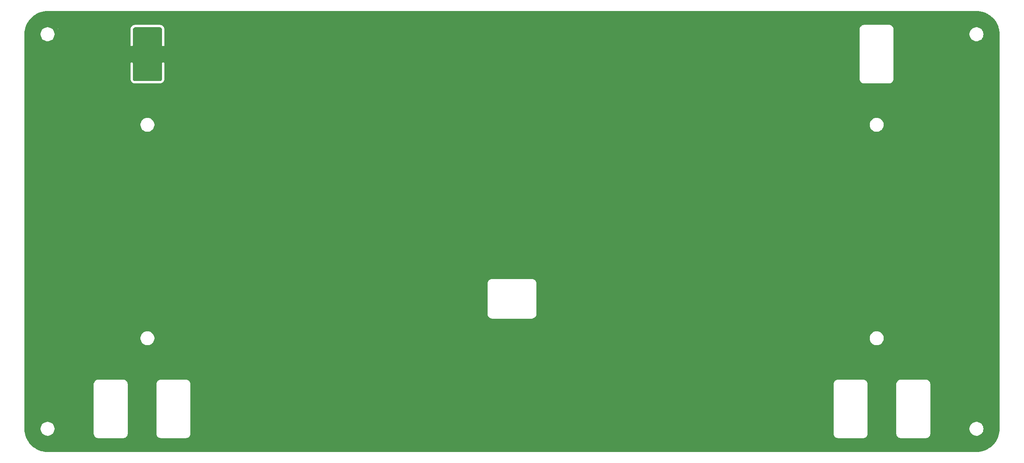
<source format=gbl>
G04 #@! TF.GenerationSoftware,KiCad,Pcbnew,8.0.5*
G04 #@! TF.CreationDate,2024-11-13T13:26:37+03:00*
G04 #@! TF.ProjectId,Bottom,426f7474-6f6d-42e6-9b69-6361645f7063,rev?*
G04 #@! TF.SameCoordinates,Original*
G04 #@! TF.FileFunction,Copper,L2,Bot*
G04 #@! TF.FilePolarity,Positive*
%FSLAX46Y46*%
G04 Gerber Fmt 4.6, Leading zero omitted, Abs format (unit mm)*
G04 Created by KiCad (PCBNEW 8.0.5) date 2024-11-13 13:26:37*
%MOMM*%
%LPD*%
G01*
G04 APERTURE LIST*
G04 APERTURE END LIST*
G04 #@! TA.AperFunction,NonConductor*
G36*
X49151000Y-60076553D02*
G01*
X49462603Y-60182328D01*
X49757363Y-60327687D01*
X50030630Y-60510279D01*
X50277725Y-60726975D01*
X50494421Y-60974070D01*
X50677013Y-61247337D01*
X50822372Y-61542097D01*
X50928015Y-61853310D01*
X50992132Y-62175650D01*
X51013654Y-62504011D01*
X50928147Y-63153500D01*
X50822372Y-63465103D01*
X50677013Y-63759863D01*
X50494421Y-64033130D01*
X50277725Y-64280225D01*
X50030630Y-64496921D01*
X49757363Y-64679513D01*
X49462603Y-64824872D01*
X49151390Y-64930515D01*
X48829050Y-64994632D01*
X48501100Y-65016127D01*
X48173150Y-64994632D01*
X47850810Y-64930515D01*
X47539597Y-64824872D01*
X47244837Y-64679513D01*
X46971570Y-64496921D01*
X46724475Y-64280225D01*
X46507779Y-64033130D01*
X46325187Y-63759863D01*
X46179828Y-63465103D01*
X46074185Y-63153890D01*
X46010068Y-62831550D01*
X45988573Y-62503600D01*
X45996313Y-62385505D01*
X47000600Y-62385505D01*
X47000600Y-62621694D01*
X47037546Y-62854965D01*
X47110530Y-63079588D01*
X47110531Y-63079591D01*
X47110532Y-63079592D01*
X47217757Y-63290033D01*
X47356583Y-63481110D01*
X47523590Y-63648117D01*
X47714667Y-63786943D01*
X47925108Y-63894168D01*
X48149732Y-63967153D01*
X48266370Y-63985626D01*
X48383006Y-64004100D01*
X48383008Y-64004100D01*
X48619194Y-64004100D01*
X48712502Y-63989321D01*
X48852468Y-63967153D01*
X49077092Y-63894168D01*
X49287533Y-63786943D01*
X49478610Y-63648117D01*
X49645617Y-63481110D01*
X49784443Y-63290033D01*
X49891668Y-63079592D01*
X49964653Y-62854968D01*
X50001600Y-62621692D01*
X50001600Y-62385508D01*
X49964653Y-62152232D01*
X49891668Y-61927608D01*
X49784443Y-61717167D01*
X49645617Y-61526090D01*
X49478610Y-61359083D01*
X49287533Y-61220257D01*
X49077092Y-61113032D01*
X49077091Y-61113031D01*
X49077088Y-61113030D01*
X48852465Y-61040046D01*
X48619194Y-61003100D01*
X48619192Y-61003100D01*
X48383008Y-61003100D01*
X48383006Y-61003100D01*
X48149734Y-61040046D01*
X47925111Y-61113030D01*
X47714665Y-61220258D01*
X47523590Y-61359083D01*
X47356583Y-61526090D01*
X47217758Y-61717165D01*
X47110530Y-61927611D01*
X47037546Y-62152234D01*
X47000600Y-62385505D01*
X45996313Y-62385505D01*
X46010068Y-62175650D01*
X46074185Y-61853310D01*
X46179828Y-61542097D01*
X46325187Y-61247337D01*
X46507779Y-60974070D01*
X46724475Y-60726975D01*
X46971570Y-60510279D01*
X47244837Y-60327687D01*
X47539597Y-60182328D01*
X47850810Y-60076685D01*
X48173150Y-60012568D01*
X48501511Y-59991046D01*
X49151000Y-60076553D01*
G37*
G04 #@! TD.AperFunction*
G04 #@! TA.AperFunction,NonConductor*
G36*
X227651000Y-125576553D02*
G01*
X227962603Y-125682328D01*
X228257363Y-125827687D01*
X228530630Y-126010279D01*
X228777725Y-126226975D01*
X228994421Y-126474070D01*
X229177013Y-126747337D01*
X229322372Y-127042097D01*
X229428015Y-127353310D01*
X229492132Y-127675650D01*
X229513654Y-128004011D01*
X229428147Y-128653500D01*
X229322372Y-128965103D01*
X229177013Y-129259863D01*
X228994421Y-129533130D01*
X228777725Y-129780225D01*
X228530630Y-129996921D01*
X228257363Y-130179513D01*
X227962603Y-130324872D01*
X227651390Y-130430515D01*
X227329050Y-130494632D01*
X227001100Y-130516127D01*
X226673150Y-130494632D01*
X226350810Y-130430515D01*
X226039597Y-130324872D01*
X225744837Y-130179513D01*
X225471570Y-129996921D01*
X225224475Y-129780225D01*
X225007779Y-129533130D01*
X224825187Y-129259863D01*
X224679828Y-128965103D01*
X224574185Y-128653890D01*
X224510068Y-128331550D01*
X224488573Y-128003600D01*
X224496313Y-127885505D01*
X225500600Y-127885505D01*
X225500600Y-128121694D01*
X225537546Y-128354965D01*
X225610530Y-128579588D01*
X225610531Y-128579591D01*
X225610532Y-128579592D01*
X225717757Y-128790033D01*
X225856583Y-128981110D01*
X226023590Y-129148117D01*
X226214667Y-129286943D01*
X226425108Y-129394168D01*
X226649732Y-129467153D01*
X226766370Y-129485626D01*
X226883006Y-129504100D01*
X226883008Y-129504100D01*
X227119194Y-129504100D01*
X227212502Y-129489321D01*
X227352468Y-129467153D01*
X227577092Y-129394168D01*
X227787533Y-129286943D01*
X227978610Y-129148117D01*
X228145617Y-128981110D01*
X228284443Y-128790033D01*
X228391668Y-128579592D01*
X228464653Y-128354968D01*
X228501600Y-128121692D01*
X228501600Y-127885508D01*
X228464653Y-127652232D01*
X228391668Y-127427608D01*
X228284443Y-127217167D01*
X228145617Y-127026090D01*
X227978610Y-126859083D01*
X227787533Y-126720257D01*
X227577092Y-126613032D01*
X227577091Y-126613031D01*
X227577088Y-126613030D01*
X227352465Y-126540046D01*
X227119194Y-126503100D01*
X227119192Y-126503100D01*
X226883008Y-126503100D01*
X226883006Y-126503100D01*
X226649734Y-126540046D01*
X226425111Y-126613030D01*
X226214665Y-126720258D01*
X226023590Y-126859083D01*
X225856583Y-127026090D01*
X225717758Y-127217165D01*
X225610530Y-127427611D01*
X225537546Y-127652234D01*
X225500600Y-127885505D01*
X224496313Y-127885505D01*
X224510068Y-127675650D01*
X224574185Y-127353310D01*
X224679828Y-127042097D01*
X224825187Y-126747337D01*
X225007779Y-126474070D01*
X225224475Y-126226975D01*
X225471570Y-126010279D01*
X225744837Y-125827687D01*
X226039597Y-125682328D01*
X226350810Y-125576685D01*
X226673150Y-125512568D01*
X227001511Y-125491046D01*
X227651000Y-125576553D01*
G37*
G04 #@! TD.AperFunction*
G04 #@! TA.AperFunction,NonConductor*
G36*
X249151000Y-60076553D02*
G01*
X249462603Y-60182328D01*
X249757363Y-60327687D01*
X250030630Y-60510279D01*
X250277725Y-60726975D01*
X250494421Y-60974070D01*
X250677013Y-61247337D01*
X250822372Y-61542097D01*
X250928015Y-61853310D01*
X250992132Y-62175650D01*
X251013654Y-62504011D01*
X250928147Y-63153500D01*
X250822372Y-63465103D01*
X250677013Y-63759863D01*
X250494421Y-64033130D01*
X250277725Y-64280225D01*
X250030630Y-64496921D01*
X249757363Y-64679513D01*
X249462603Y-64824872D01*
X249151390Y-64930515D01*
X248829050Y-64994632D01*
X248501100Y-65016127D01*
X248173150Y-64994632D01*
X247850810Y-64930515D01*
X247539597Y-64824872D01*
X247244837Y-64679513D01*
X246971570Y-64496921D01*
X246724475Y-64280225D01*
X246507779Y-64033130D01*
X246325187Y-63759863D01*
X246179828Y-63465103D01*
X246074185Y-63153890D01*
X246010068Y-62831550D01*
X245988573Y-62503600D01*
X245996313Y-62385505D01*
X247000600Y-62385505D01*
X247000600Y-62621694D01*
X247037546Y-62854965D01*
X247110530Y-63079588D01*
X247110531Y-63079591D01*
X247110532Y-63079592D01*
X247217757Y-63290033D01*
X247356583Y-63481110D01*
X247523590Y-63648117D01*
X247714667Y-63786943D01*
X247925108Y-63894168D01*
X248149732Y-63967153D01*
X248266370Y-63985626D01*
X248383006Y-64004100D01*
X248383008Y-64004100D01*
X248619194Y-64004100D01*
X248712502Y-63989321D01*
X248852468Y-63967153D01*
X249077092Y-63894168D01*
X249287533Y-63786943D01*
X249478610Y-63648117D01*
X249645617Y-63481110D01*
X249784443Y-63290033D01*
X249891668Y-63079592D01*
X249964653Y-62854968D01*
X250001600Y-62621692D01*
X250001600Y-62385508D01*
X249964653Y-62152232D01*
X249891668Y-61927608D01*
X249784443Y-61717167D01*
X249645617Y-61526090D01*
X249478610Y-61359083D01*
X249287533Y-61220257D01*
X249077092Y-61113032D01*
X249077091Y-61113031D01*
X249077088Y-61113030D01*
X248852465Y-61040046D01*
X248619194Y-61003100D01*
X248619192Y-61003100D01*
X248383008Y-61003100D01*
X248383006Y-61003100D01*
X248149734Y-61040046D01*
X247925111Y-61113030D01*
X247714665Y-61220258D01*
X247523590Y-61359083D01*
X247356583Y-61526090D01*
X247217758Y-61717165D01*
X247110530Y-61927611D01*
X247037546Y-62152234D01*
X247000600Y-62385505D01*
X245996313Y-62385505D01*
X246010068Y-62175650D01*
X246074185Y-61853310D01*
X246179828Y-61542097D01*
X246325187Y-61247337D01*
X246507779Y-60974070D01*
X246724475Y-60726975D01*
X246971570Y-60510279D01*
X247244837Y-60327687D01*
X247539597Y-60182328D01*
X247850810Y-60076685D01*
X248173150Y-60012568D01*
X248501511Y-59991046D01*
X249151000Y-60076553D01*
G37*
G04 #@! TD.AperFunction*
G04 #@! TA.AperFunction,NonConductor*
G36*
X248501341Y-57509109D02*
G01*
X248913064Y-57526139D01*
X248914006Y-57526216D01*
X249322719Y-57577162D01*
X249323621Y-57577312D01*
X249726729Y-57661836D01*
X249727610Y-57662059D01*
X250122368Y-57779584D01*
X250123248Y-57779886D01*
X250506939Y-57929602D01*
X250507780Y-57929971D01*
X250802203Y-58073906D01*
X250877787Y-58110857D01*
X250878623Y-58111309D01*
X251232429Y-58322131D01*
X251233221Y-58322649D01*
X251568405Y-58561966D01*
X251569149Y-58562546D01*
X251883410Y-58828711D01*
X251884110Y-58829354D01*
X252175345Y-59120589D01*
X252175988Y-59121289D01*
X252442153Y-59435550D01*
X252442737Y-59436300D01*
X252682048Y-59771475D01*
X252682568Y-59772270D01*
X252893390Y-60126076D01*
X252893842Y-60126912D01*
X253074721Y-60496904D01*
X253075101Y-60497772D01*
X253110629Y-60588821D01*
X253224809Y-60881441D01*
X253225118Y-60882340D01*
X253342635Y-61277069D01*
X253342867Y-61277988D01*
X253390309Y-61504248D01*
X253427383Y-61681060D01*
X253427540Y-61681998D01*
X253478482Y-62090690D01*
X253478560Y-62091637D01*
X253495590Y-62503358D01*
X253495600Y-62503833D01*
X253495600Y-147503366D01*
X253495590Y-147503841D01*
X253478560Y-147915562D01*
X253478482Y-147916509D01*
X253427540Y-148325201D01*
X253427383Y-148326139D01*
X253342868Y-148729209D01*
X253342635Y-148730130D01*
X253225118Y-149124859D01*
X253224809Y-149125758D01*
X253075103Y-149509424D01*
X253074721Y-149510295D01*
X252893842Y-149880287D01*
X252893390Y-149881123D01*
X252682568Y-150234929D01*
X252682048Y-150235724D01*
X252442737Y-150570899D01*
X252442153Y-150571649D01*
X252175988Y-150885910D01*
X252175345Y-150886610D01*
X251884110Y-151177845D01*
X251883410Y-151178488D01*
X251569149Y-151444653D01*
X251568399Y-151445237D01*
X251233224Y-151684548D01*
X251232429Y-151685068D01*
X250878623Y-151895890D01*
X250877787Y-151896342D01*
X250507795Y-152077221D01*
X250506924Y-152077603D01*
X250123258Y-152227309D01*
X250122359Y-152227618D01*
X249727630Y-152345135D01*
X249726709Y-152345368D01*
X249323639Y-152429883D01*
X249322701Y-152430040D01*
X248914009Y-152480982D01*
X248913062Y-152481060D01*
X248501342Y-152498090D01*
X248500867Y-152498100D01*
X48501333Y-152498100D01*
X48500858Y-152498090D01*
X48089137Y-152481060D01*
X48088190Y-152480982D01*
X47679498Y-152430040D01*
X47678560Y-152429883D01*
X47275490Y-152345368D01*
X47274572Y-152345135D01*
X47126060Y-152300921D01*
X46879840Y-152227618D01*
X46878941Y-152227309D01*
X46495275Y-152077603D01*
X46494404Y-152077221D01*
X46124412Y-151896342D01*
X46123576Y-151895890D01*
X45769770Y-151685068D01*
X45768975Y-151684548D01*
X45433800Y-151445237D01*
X45433050Y-151444653D01*
X45118789Y-151178488D01*
X45118089Y-151177845D01*
X44826854Y-150886610D01*
X44826211Y-150885910D01*
X44560046Y-150571649D01*
X44559462Y-150570899D01*
X44320151Y-150235724D01*
X44319631Y-150234929D01*
X44108809Y-149881123D01*
X44108357Y-149880287D01*
X44071406Y-149804703D01*
X43927471Y-149510280D01*
X43927102Y-149509439D01*
X43777386Y-149125748D01*
X43777081Y-149124859D01*
X43659559Y-148730110D01*
X43659336Y-148729229D01*
X43574812Y-148326121D01*
X43574662Y-148325219D01*
X43523716Y-147916506D01*
X43523639Y-147915562D01*
X43506610Y-147503841D01*
X43506605Y-147503600D01*
X45988573Y-147503600D01*
X46010068Y-147831550D01*
X46074185Y-148153890D01*
X46179828Y-148465103D01*
X46325187Y-148759863D01*
X46507779Y-149033130D01*
X46724475Y-149280225D01*
X46971570Y-149496921D01*
X47244837Y-149679513D01*
X47539597Y-149824872D01*
X47850810Y-149930515D01*
X48173150Y-149994632D01*
X48501100Y-150016127D01*
X48829050Y-149994632D01*
X49151390Y-149930515D01*
X49462603Y-149824872D01*
X49757363Y-149679513D01*
X50030630Y-149496921D01*
X50277725Y-149280225D01*
X50494421Y-149033130D01*
X50677013Y-148759863D01*
X50822372Y-148465103D01*
X50928147Y-148153500D01*
X51013654Y-147504011D01*
X50992132Y-147175650D01*
X50928015Y-146853310D01*
X50822372Y-146542097D01*
X50677013Y-146247337D01*
X50494421Y-145974070D01*
X50277725Y-145726975D01*
X50030630Y-145510279D01*
X49757363Y-145327687D01*
X49462603Y-145182328D01*
X49151000Y-145076553D01*
X48501511Y-144991046D01*
X48173150Y-145012568D01*
X47850810Y-145076685D01*
X47539597Y-145182328D01*
X47244837Y-145327687D01*
X46971570Y-145510279D01*
X46724475Y-145726975D01*
X46507779Y-145974070D01*
X46325187Y-146247337D01*
X46179828Y-146542097D01*
X46074185Y-146853310D01*
X46010068Y-147175650D01*
X45988573Y-147503600D01*
X43506605Y-147503600D01*
X43506600Y-147503366D01*
X43506600Y-137815627D01*
X58445600Y-137815627D01*
X58445600Y-148591572D01*
X58476150Y-148764832D01*
X58476152Y-148764841D01*
X58536321Y-148930155D01*
X58536326Y-148930167D01*
X58579012Y-149004100D01*
X58624296Y-149082534D01*
X58737388Y-149217312D01*
X58872166Y-149330404D01*
X58931849Y-149364862D01*
X59024532Y-149418373D01*
X59024544Y-149418378D01*
X59134753Y-149458490D01*
X59189863Y-149478549D01*
X59363130Y-149509100D01*
X59363136Y-149509100D01*
X64839064Y-149509100D01*
X64839070Y-149509100D01*
X65012337Y-149478549D01*
X65177666Y-149418374D01*
X65330034Y-149330404D01*
X65464812Y-149217312D01*
X65577904Y-149082534D01*
X65665874Y-148930166D01*
X65726049Y-148764837D01*
X65756600Y-148591570D01*
X65756600Y-148503600D01*
X65756600Y-148501813D01*
X65756600Y-137901322D01*
X65756600Y-137815630D01*
X65756599Y-137815627D01*
X71945600Y-137815627D01*
X71945600Y-148591572D01*
X71976150Y-148764832D01*
X71976152Y-148764841D01*
X72036321Y-148930155D01*
X72036326Y-148930167D01*
X72079012Y-149004100D01*
X72124296Y-149082534D01*
X72237388Y-149217312D01*
X72372166Y-149330404D01*
X72431849Y-149364862D01*
X72524532Y-149418373D01*
X72524544Y-149418378D01*
X72634753Y-149458490D01*
X72689863Y-149478549D01*
X72863130Y-149509100D01*
X72863136Y-149509100D01*
X78339064Y-149509100D01*
X78339070Y-149509100D01*
X78512337Y-149478549D01*
X78677666Y-149418374D01*
X78830034Y-149330404D01*
X78964812Y-149217312D01*
X79077904Y-149082534D01*
X79165874Y-148930166D01*
X79226049Y-148764837D01*
X79256600Y-148591570D01*
X79256600Y-148503600D01*
X79256600Y-148501813D01*
X79256600Y-137901322D01*
X79256600Y-137815630D01*
X79256599Y-137815627D01*
X217745600Y-137815627D01*
X217745600Y-148591572D01*
X217776150Y-148764832D01*
X217776152Y-148764841D01*
X217836321Y-148930155D01*
X217836326Y-148930167D01*
X217879012Y-149004100D01*
X217924296Y-149082534D01*
X218037388Y-149217312D01*
X218172166Y-149330404D01*
X218231849Y-149364862D01*
X218324532Y-149418373D01*
X218324544Y-149418378D01*
X218434753Y-149458490D01*
X218489863Y-149478549D01*
X218663130Y-149509100D01*
X218663136Y-149509100D01*
X224139064Y-149509100D01*
X224139070Y-149509100D01*
X224312337Y-149478549D01*
X224477666Y-149418374D01*
X224630034Y-149330404D01*
X224764812Y-149217312D01*
X224877904Y-149082534D01*
X224965874Y-148930166D01*
X225026049Y-148764837D01*
X225056600Y-148591570D01*
X225056600Y-148503600D01*
X225056600Y-148501813D01*
X225056600Y-137901322D01*
X225056600Y-137815630D01*
X225056599Y-137815627D01*
X231245600Y-137815627D01*
X231245600Y-148591572D01*
X231276150Y-148764832D01*
X231276152Y-148764841D01*
X231336321Y-148930155D01*
X231336326Y-148930167D01*
X231379012Y-149004100D01*
X231424296Y-149082534D01*
X231537388Y-149217312D01*
X231672166Y-149330404D01*
X231731849Y-149364862D01*
X231824532Y-149418373D01*
X231824544Y-149418378D01*
X231934753Y-149458490D01*
X231989863Y-149478549D01*
X232163130Y-149509100D01*
X232163136Y-149509100D01*
X237639064Y-149509100D01*
X237639070Y-149509100D01*
X237812337Y-149478549D01*
X237977666Y-149418374D01*
X238130034Y-149330404D01*
X238264812Y-149217312D01*
X238377904Y-149082534D01*
X238465874Y-148930166D01*
X238526049Y-148764837D01*
X238556600Y-148591570D01*
X238556600Y-148503600D01*
X238556600Y-148501813D01*
X238556600Y-147503600D01*
X245988573Y-147503600D01*
X246010068Y-147831550D01*
X246074185Y-148153890D01*
X246179828Y-148465103D01*
X246325187Y-148759863D01*
X246507779Y-149033130D01*
X246724475Y-149280225D01*
X246971570Y-149496921D01*
X247244837Y-149679513D01*
X247539597Y-149824872D01*
X247850810Y-149930515D01*
X248173150Y-149994632D01*
X248501100Y-150016127D01*
X248829050Y-149994632D01*
X249151390Y-149930515D01*
X249462603Y-149824872D01*
X249757363Y-149679513D01*
X250030630Y-149496921D01*
X250277725Y-149280225D01*
X250494421Y-149033130D01*
X250677013Y-148759863D01*
X250822372Y-148465103D01*
X250928147Y-148153500D01*
X251013654Y-147504011D01*
X250992132Y-147175650D01*
X250928015Y-146853310D01*
X250822372Y-146542097D01*
X250677013Y-146247337D01*
X250494421Y-145974070D01*
X250277725Y-145726975D01*
X250030630Y-145510279D01*
X249757363Y-145327687D01*
X249462603Y-145182328D01*
X249151000Y-145076553D01*
X248501511Y-144991046D01*
X248173150Y-145012568D01*
X247850810Y-145076685D01*
X247539597Y-145182328D01*
X247244837Y-145327687D01*
X246971570Y-145510279D01*
X246724475Y-145726975D01*
X246507779Y-145974070D01*
X246325187Y-146247337D01*
X246179828Y-146542097D01*
X246074185Y-146853310D01*
X246010068Y-147175650D01*
X245988573Y-147503600D01*
X238556600Y-147503600D01*
X238556600Y-137901322D01*
X238556600Y-137815630D01*
X238526049Y-137642363D01*
X238465874Y-137477034D01*
X238377904Y-137324666D01*
X238264812Y-137189888D01*
X238130034Y-137076796D01*
X238130029Y-137076793D01*
X237977667Y-136988826D01*
X237977655Y-136988821D01*
X237812341Y-136928652D01*
X237812332Y-136928650D01*
X237639072Y-136898100D01*
X237639070Y-136898100D01*
X237553378Y-136898100D01*
X232252887Y-136898100D01*
X232251100Y-136898100D01*
X232163130Y-136898100D01*
X232163127Y-136898100D01*
X231989867Y-136928650D01*
X231989858Y-136928652D01*
X231824544Y-136988821D01*
X231824532Y-136988826D01*
X231672170Y-137076793D01*
X231537388Y-137189887D01*
X231537387Y-137189888D01*
X231424293Y-137324670D01*
X231336326Y-137477032D01*
X231336321Y-137477044D01*
X231276152Y-137642358D01*
X231276150Y-137642367D01*
X231245600Y-137815627D01*
X225056599Y-137815627D01*
X225026049Y-137642363D01*
X224965874Y-137477034D01*
X224877904Y-137324666D01*
X224764812Y-137189888D01*
X224630034Y-137076796D01*
X224630029Y-137076793D01*
X224477667Y-136988826D01*
X224477655Y-136988821D01*
X224312341Y-136928652D01*
X224312332Y-136928650D01*
X224139072Y-136898100D01*
X224139070Y-136898100D01*
X224053378Y-136898100D01*
X218752887Y-136898100D01*
X218751100Y-136898100D01*
X218663130Y-136898100D01*
X218663127Y-136898100D01*
X218489867Y-136928650D01*
X218489858Y-136928652D01*
X218324544Y-136988821D01*
X218324532Y-136988826D01*
X218172170Y-137076793D01*
X218037388Y-137189887D01*
X218037387Y-137189888D01*
X217924293Y-137324670D01*
X217836326Y-137477032D01*
X217836321Y-137477044D01*
X217776152Y-137642358D01*
X217776150Y-137642367D01*
X217745600Y-137815627D01*
X79256599Y-137815627D01*
X79226049Y-137642363D01*
X79165874Y-137477034D01*
X79077904Y-137324666D01*
X78964812Y-137189888D01*
X78830034Y-137076796D01*
X78830029Y-137076793D01*
X78677667Y-136988826D01*
X78677655Y-136988821D01*
X78512341Y-136928652D01*
X78512332Y-136928650D01*
X78339072Y-136898100D01*
X78339070Y-136898100D01*
X78253378Y-136898100D01*
X72952887Y-136898100D01*
X72951100Y-136898100D01*
X72863130Y-136898100D01*
X72863127Y-136898100D01*
X72689867Y-136928650D01*
X72689858Y-136928652D01*
X72524544Y-136988821D01*
X72524532Y-136988826D01*
X72372170Y-137076793D01*
X72237388Y-137189887D01*
X72237387Y-137189888D01*
X72124293Y-137324670D01*
X72036326Y-137477032D01*
X72036321Y-137477044D01*
X71976152Y-137642358D01*
X71976150Y-137642367D01*
X71945600Y-137815627D01*
X65756599Y-137815627D01*
X65726049Y-137642363D01*
X65665874Y-137477034D01*
X65577904Y-137324666D01*
X65464812Y-137189888D01*
X65330034Y-137076796D01*
X65330029Y-137076793D01*
X65177667Y-136988826D01*
X65177655Y-136988821D01*
X65012341Y-136928652D01*
X65012332Y-136928650D01*
X64839072Y-136898100D01*
X64839070Y-136898100D01*
X64753378Y-136898100D01*
X59452887Y-136898100D01*
X59451100Y-136898100D01*
X59363130Y-136898100D01*
X59363127Y-136898100D01*
X59189867Y-136928650D01*
X59189858Y-136928652D01*
X59024544Y-136988821D01*
X59024532Y-136988826D01*
X58872170Y-137076793D01*
X58737388Y-137189887D01*
X58737387Y-137189888D01*
X58624293Y-137324670D01*
X58536326Y-137477032D01*
X58536321Y-137477044D01*
X58476152Y-137642358D01*
X58476150Y-137642367D01*
X58445600Y-137815627D01*
X43506600Y-137815627D01*
X43506600Y-128003600D01*
X67488573Y-128003600D01*
X67510068Y-128331550D01*
X67574185Y-128653890D01*
X67679828Y-128965103D01*
X67825187Y-129259863D01*
X68007779Y-129533130D01*
X68224475Y-129780225D01*
X68471570Y-129996921D01*
X68744837Y-130179513D01*
X69039597Y-130324872D01*
X69350810Y-130430515D01*
X69673150Y-130494632D01*
X70001100Y-130516127D01*
X70329050Y-130494632D01*
X70651390Y-130430515D01*
X70962603Y-130324872D01*
X71257363Y-130179513D01*
X71530630Y-129996921D01*
X71777725Y-129780225D01*
X71994421Y-129533130D01*
X72177013Y-129259863D01*
X72322372Y-128965103D01*
X72428147Y-128653500D01*
X72513654Y-128004011D01*
X72513627Y-128003600D01*
X224488573Y-128003600D01*
X224510068Y-128331550D01*
X224574185Y-128653890D01*
X224679828Y-128965103D01*
X224825187Y-129259863D01*
X225007779Y-129533130D01*
X225224475Y-129780225D01*
X225471570Y-129996921D01*
X225744837Y-130179513D01*
X226039597Y-130324872D01*
X226350810Y-130430515D01*
X226673150Y-130494632D01*
X227001100Y-130516127D01*
X227329050Y-130494632D01*
X227651390Y-130430515D01*
X227962603Y-130324872D01*
X228257363Y-130179513D01*
X228530630Y-129996921D01*
X228777725Y-129780225D01*
X228994421Y-129533130D01*
X229177013Y-129259863D01*
X229322372Y-128965103D01*
X229428147Y-128653500D01*
X229513654Y-128004011D01*
X229492132Y-127675650D01*
X229428015Y-127353310D01*
X229322372Y-127042097D01*
X229177013Y-126747337D01*
X228994421Y-126474070D01*
X228777725Y-126226975D01*
X228530630Y-126010279D01*
X228257363Y-125827687D01*
X227962603Y-125682328D01*
X227651000Y-125576553D01*
X227001511Y-125491046D01*
X226673150Y-125512568D01*
X226350810Y-125576685D01*
X226039597Y-125682328D01*
X225744837Y-125827687D01*
X225471570Y-126010279D01*
X225224475Y-126226975D01*
X225007779Y-126474070D01*
X224825187Y-126747337D01*
X224679828Y-127042097D01*
X224574185Y-127353310D01*
X224510068Y-127675650D01*
X224488573Y-128003600D01*
X72513627Y-128003600D01*
X72492132Y-127675650D01*
X72428015Y-127353310D01*
X72322372Y-127042097D01*
X72177013Y-126747337D01*
X71994421Y-126474070D01*
X71777725Y-126226975D01*
X71530630Y-126010279D01*
X71257363Y-125827687D01*
X70962603Y-125682328D01*
X70651000Y-125576553D01*
X70001511Y-125491046D01*
X69673150Y-125512568D01*
X69350810Y-125576685D01*
X69039597Y-125682328D01*
X68744837Y-125827687D01*
X68471570Y-126010279D01*
X68224475Y-126226975D01*
X68007779Y-126474070D01*
X67825187Y-126747337D01*
X67679828Y-127042097D01*
X67574185Y-127353310D01*
X67510068Y-127675650D01*
X67488573Y-128003600D01*
X43506600Y-128003600D01*
X43506600Y-116165627D01*
X143245600Y-116165627D01*
X143245600Y-122841572D01*
X143276150Y-123014832D01*
X143276152Y-123014841D01*
X143336321Y-123180155D01*
X143336326Y-123180167D01*
X143424293Y-123332529D01*
X143424296Y-123332534D01*
X143537388Y-123467312D01*
X143672166Y-123580404D01*
X143731849Y-123614862D01*
X143824532Y-123668373D01*
X143824544Y-123668378D01*
X143934753Y-123708490D01*
X143989863Y-123728549D01*
X144163130Y-123759100D01*
X144163136Y-123759100D01*
X152839064Y-123759100D01*
X152839070Y-123759100D01*
X153012337Y-123728549D01*
X153177666Y-123668374D01*
X153330034Y-123580404D01*
X153464812Y-123467312D01*
X153577904Y-123332534D01*
X153665874Y-123180166D01*
X153726049Y-123014837D01*
X153756600Y-122841570D01*
X153756600Y-122753600D01*
X153756600Y-122751813D01*
X153756600Y-116251322D01*
X153756600Y-116165630D01*
X153726049Y-115992363D01*
X153665874Y-115827034D01*
X153577904Y-115674666D01*
X153464812Y-115539888D01*
X153330034Y-115426796D01*
X153330029Y-115426793D01*
X153177667Y-115338826D01*
X153177655Y-115338821D01*
X153012341Y-115278652D01*
X153012332Y-115278650D01*
X152839072Y-115248100D01*
X152839070Y-115248100D01*
X152753378Y-115248100D01*
X144252887Y-115248100D01*
X144251100Y-115248100D01*
X144163130Y-115248100D01*
X144163127Y-115248100D01*
X143989867Y-115278650D01*
X143989858Y-115278652D01*
X143824544Y-115338821D01*
X143824532Y-115338826D01*
X143672170Y-115426793D01*
X143537388Y-115539887D01*
X143537387Y-115539888D01*
X143424293Y-115674670D01*
X143336326Y-115827032D01*
X143336321Y-115827044D01*
X143276152Y-115992358D01*
X143276150Y-115992367D01*
X143245600Y-116165627D01*
X43506600Y-116165627D01*
X43506600Y-82003600D01*
X67488573Y-82003600D01*
X67510068Y-82331550D01*
X67574185Y-82653890D01*
X67679828Y-82965103D01*
X67825187Y-83259863D01*
X68007779Y-83533130D01*
X68224475Y-83780225D01*
X68471570Y-83996921D01*
X68744837Y-84179513D01*
X69039597Y-84324872D01*
X69350810Y-84430515D01*
X69673150Y-84494632D01*
X70001100Y-84516127D01*
X70329050Y-84494632D01*
X70651390Y-84430515D01*
X70962603Y-84324872D01*
X71257363Y-84179513D01*
X71530630Y-83996921D01*
X71777725Y-83780225D01*
X71994421Y-83533130D01*
X72177013Y-83259863D01*
X72322372Y-82965103D01*
X72428147Y-82653500D01*
X72513654Y-82004011D01*
X72513627Y-82003600D01*
X224488573Y-82003600D01*
X224510068Y-82331550D01*
X224574185Y-82653890D01*
X224679828Y-82965103D01*
X224825187Y-83259863D01*
X225007779Y-83533130D01*
X225224475Y-83780225D01*
X225471570Y-83996921D01*
X225744837Y-84179513D01*
X226039597Y-84324872D01*
X226350810Y-84430515D01*
X226673150Y-84494632D01*
X227001100Y-84516127D01*
X227329050Y-84494632D01*
X227651390Y-84430515D01*
X227962603Y-84324872D01*
X228257363Y-84179513D01*
X228530630Y-83996921D01*
X228777725Y-83780225D01*
X228994421Y-83533130D01*
X229177013Y-83259863D01*
X229322372Y-82965103D01*
X229428147Y-82653500D01*
X229513654Y-82004011D01*
X229492132Y-81675650D01*
X229428015Y-81353310D01*
X229322372Y-81042097D01*
X229177013Y-80747337D01*
X228994421Y-80474070D01*
X228777725Y-80226975D01*
X228530630Y-80010279D01*
X228257363Y-79827687D01*
X227962603Y-79682328D01*
X227651000Y-79576553D01*
X227001511Y-79491046D01*
X226673150Y-79512568D01*
X226350810Y-79576685D01*
X226039597Y-79682328D01*
X225744837Y-79827687D01*
X225471570Y-80010279D01*
X225224475Y-80226975D01*
X225007779Y-80474070D01*
X224825187Y-80747337D01*
X224679828Y-81042097D01*
X224574185Y-81353310D01*
X224510068Y-81675650D01*
X224488573Y-82003600D01*
X72513627Y-82003600D01*
X72492132Y-81675650D01*
X72428015Y-81353310D01*
X72322372Y-81042097D01*
X72177013Y-80747337D01*
X71994421Y-80474070D01*
X71777725Y-80226975D01*
X71530630Y-80010279D01*
X71257363Y-79827687D01*
X70962603Y-79682328D01*
X70651000Y-79576553D01*
X70001511Y-79491046D01*
X69673150Y-79512568D01*
X69350810Y-79576685D01*
X69039597Y-79682328D01*
X68744837Y-79827687D01*
X68471570Y-80010279D01*
X68224475Y-80226975D01*
X68007779Y-80474070D01*
X67825187Y-80747337D01*
X67679828Y-81042097D01*
X67574185Y-81353310D01*
X67510068Y-81675650D01*
X67488573Y-82003600D01*
X43506600Y-82003600D01*
X43506600Y-68758543D01*
X66345600Y-68758543D01*
X66345600Y-72191572D01*
X66376150Y-72364832D01*
X66376152Y-72364841D01*
X66436321Y-72530155D01*
X66436326Y-72530167D01*
X66524293Y-72682529D01*
X66524296Y-72682534D01*
X66637388Y-72817312D01*
X66772166Y-72930404D01*
X66831849Y-72964862D01*
X66924532Y-73018373D01*
X66924544Y-73018378D01*
X67034753Y-73058490D01*
X67089863Y-73078549D01*
X67263130Y-73109100D01*
X67263136Y-73109100D01*
X72739064Y-73109100D01*
X72739070Y-73109100D01*
X72912337Y-73078549D01*
X73077666Y-73018374D01*
X73230034Y-72930404D01*
X73364812Y-72817312D01*
X73477904Y-72682534D01*
X73565874Y-72530166D01*
X73626049Y-72364837D01*
X73656600Y-72191570D01*
X73656600Y-72103600D01*
X73656600Y-72101813D01*
X73656600Y-68801322D01*
X73656600Y-68758549D01*
X73656600Y-68758548D01*
X73656599Y-68758543D01*
X73625783Y-68673884D01*
X73625782Y-68673881D01*
X73625782Y-68673880D01*
X73567865Y-68604857D01*
X73545349Y-68591857D01*
X73489833Y-68559804D01*
X73489831Y-68559803D01*
X73401102Y-68544159D01*
X73401098Y-68544159D01*
X73312368Y-68559803D01*
X73312366Y-68559804D01*
X73234334Y-68604857D01*
X73176417Y-68673881D01*
X73176416Y-68673884D01*
X73145600Y-68758543D01*
X73145600Y-72102951D01*
X73145528Y-72104239D01*
X73133346Y-72212350D01*
X73132773Y-72214860D01*
X73097055Y-72316935D01*
X73095937Y-72319255D01*
X73038407Y-72410815D01*
X73036802Y-72412829D01*
X72960329Y-72489302D01*
X72958315Y-72490907D01*
X72866755Y-72548437D01*
X72864435Y-72549555D01*
X72762360Y-72585273D01*
X72759850Y-72585846D01*
X72651739Y-72598028D01*
X72650451Y-72598100D01*
X67351749Y-72598100D01*
X67350461Y-72598028D01*
X67242349Y-72585846D01*
X67239839Y-72585273D01*
X67137764Y-72549555D01*
X67135444Y-72548437D01*
X67043884Y-72490907D01*
X67041870Y-72489302D01*
X66965397Y-72412829D01*
X66963792Y-72410815D01*
X66906262Y-72319255D01*
X66905144Y-72316935D01*
X66869426Y-72214860D01*
X66868853Y-72212350D01*
X66856672Y-72104239D01*
X66856600Y-72102951D01*
X66856600Y-68758548D01*
X66856599Y-68758543D01*
X66825783Y-68673884D01*
X66825782Y-68673881D01*
X66825782Y-68673880D01*
X66767865Y-68604857D01*
X66745349Y-68591857D01*
X66689833Y-68559804D01*
X66689831Y-68559803D01*
X66601102Y-68544159D01*
X66601098Y-68544159D01*
X66512368Y-68559803D01*
X66512366Y-68559804D01*
X66434334Y-68604857D01*
X66376417Y-68673881D01*
X66376416Y-68673884D01*
X66345600Y-68758543D01*
X43506600Y-68758543D01*
X43506600Y-62503833D01*
X43506605Y-62503600D01*
X45988573Y-62503600D01*
X46010068Y-62831550D01*
X46074185Y-63153890D01*
X46179828Y-63465103D01*
X46325187Y-63759863D01*
X46507779Y-64033130D01*
X46724475Y-64280225D01*
X46971570Y-64496921D01*
X47244837Y-64679513D01*
X47539597Y-64824872D01*
X47850810Y-64930515D01*
X48173150Y-64994632D01*
X48501100Y-65016127D01*
X48829050Y-64994632D01*
X49151390Y-64930515D01*
X49462603Y-64824872D01*
X49757363Y-64679513D01*
X50030630Y-64496921D01*
X50277725Y-64280225D01*
X50494421Y-64033130D01*
X50677013Y-63759863D01*
X50822372Y-63465103D01*
X50928147Y-63153500D01*
X51013654Y-62504011D01*
X50992132Y-62175650D01*
X50928015Y-61853310D01*
X50822372Y-61542097D01*
X50760004Y-61415627D01*
X66345600Y-61415627D01*
X66345600Y-64848656D01*
X66376416Y-64933316D01*
X66376418Y-64933321D01*
X66434335Y-65002343D01*
X66507153Y-65044385D01*
X66512366Y-65047395D01*
X66512368Y-65047396D01*
X66601098Y-65063041D01*
X66601100Y-65063041D01*
X66601102Y-65063041D01*
X66689831Y-65047396D01*
X66689832Y-65047395D01*
X66689834Y-65047395D01*
X66767865Y-65002343D01*
X66825782Y-64933321D01*
X66842560Y-64887224D01*
X66856599Y-64848656D01*
X66856600Y-64848651D01*
X66856600Y-61504248D01*
X66856672Y-61502960D01*
X66868853Y-61394849D01*
X66869426Y-61392339D01*
X66905144Y-61290264D01*
X66906262Y-61287944D01*
X66963795Y-61196379D01*
X66965393Y-61194374D01*
X67041874Y-61117893D01*
X67043879Y-61116295D01*
X67135445Y-61058761D01*
X67137764Y-61057644D01*
X67188056Y-61040046D01*
X67239841Y-61021925D01*
X67242348Y-61021353D01*
X67350461Y-61009172D01*
X67351749Y-61009100D01*
X67352887Y-61009100D01*
X72649313Y-61009100D01*
X72650451Y-61009100D01*
X72651739Y-61009172D01*
X72759850Y-61021353D01*
X72762360Y-61021926D01*
X72864435Y-61057644D01*
X72866755Y-61058762D01*
X72930455Y-61098786D01*
X72953126Y-61113032D01*
X72958315Y-61116292D01*
X72960329Y-61117897D01*
X73036802Y-61194370D01*
X73038407Y-61196384D01*
X73095937Y-61287944D01*
X73097055Y-61290264D01*
X73132773Y-61392339D01*
X73133346Y-61394849D01*
X73145528Y-61502960D01*
X73145600Y-61504248D01*
X73145600Y-64848656D01*
X73176416Y-64933316D01*
X73176418Y-64933321D01*
X73234335Y-65002343D01*
X73307153Y-65044385D01*
X73312366Y-65047395D01*
X73312368Y-65047396D01*
X73401098Y-65063041D01*
X73401100Y-65063041D01*
X73401102Y-65063041D01*
X73489831Y-65047396D01*
X73489832Y-65047395D01*
X73489834Y-65047395D01*
X73567865Y-65002343D01*
X73625782Y-64933321D01*
X73642560Y-64887224D01*
X73656599Y-64848656D01*
X73656600Y-64848651D01*
X73656600Y-61415636D01*
X73656600Y-61415630D01*
X73656599Y-61415627D01*
X223345600Y-61415627D01*
X223345600Y-72191572D01*
X223376150Y-72364832D01*
X223376152Y-72364841D01*
X223436321Y-72530155D01*
X223436326Y-72530167D01*
X223524293Y-72682529D01*
X223524296Y-72682534D01*
X223637388Y-72817312D01*
X223772166Y-72930404D01*
X223831849Y-72964862D01*
X223924532Y-73018373D01*
X223924544Y-73018378D01*
X224034753Y-73058490D01*
X224089863Y-73078549D01*
X224263130Y-73109100D01*
X224263136Y-73109100D01*
X229739064Y-73109100D01*
X229739070Y-73109100D01*
X229912337Y-73078549D01*
X230077666Y-73018374D01*
X230230034Y-72930404D01*
X230364812Y-72817312D01*
X230477904Y-72682534D01*
X230565874Y-72530166D01*
X230626049Y-72364837D01*
X230656600Y-72191570D01*
X230656600Y-72103600D01*
X230656600Y-72101813D01*
X230656600Y-62503600D01*
X245988573Y-62503600D01*
X246010068Y-62831550D01*
X246074185Y-63153890D01*
X246179828Y-63465103D01*
X246325187Y-63759863D01*
X246507779Y-64033130D01*
X246724475Y-64280225D01*
X246971570Y-64496921D01*
X247244837Y-64679513D01*
X247539597Y-64824872D01*
X247850810Y-64930515D01*
X248173150Y-64994632D01*
X248501100Y-65016127D01*
X248829050Y-64994632D01*
X249151390Y-64930515D01*
X249462603Y-64824872D01*
X249757363Y-64679513D01*
X250030630Y-64496921D01*
X250277725Y-64280225D01*
X250494421Y-64033130D01*
X250677013Y-63759863D01*
X250822372Y-63465103D01*
X250928147Y-63153500D01*
X251013654Y-62504011D01*
X250992132Y-62175650D01*
X250928015Y-61853310D01*
X250822372Y-61542097D01*
X250677013Y-61247337D01*
X250494421Y-60974070D01*
X250277725Y-60726975D01*
X250030630Y-60510279D01*
X249757363Y-60327687D01*
X249462603Y-60182328D01*
X249151000Y-60076553D01*
X248501511Y-59991046D01*
X248173150Y-60012568D01*
X247850810Y-60076685D01*
X247539597Y-60182328D01*
X247244837Y-60327687D01*
X246971570Y-60510279D01*
X246724475Y-60726975D01*
X246507779Y-60974070D01*
X246325187Y-61247337D01*
X246179828Y-61542097D01*
X246074185Y-61853310D01*
X246010068Y-62175650D01*
X245988573Y-62503600D01*
X230656600Y-62503600D01*
X230656600Y-61501322D01*
X230656600Y-61415630D01*
X230626049Y-61242363D01*
X230597331Y-61163461D01*
X230565878Y-61077044D01*
X230565873Y-61077032D01*
X230477906Y-60924670D01*
X230477904Y-60924666D01*
X230364812Y-60789888D01*
X230230034Y-60676796D01*
X230230029Y-60676793D01*
X230077667Y-60588826D01*
X230077655Y-60588821D01*
X229912341Y-60528652D01*
X229912332Y-60528650D01*
X229739072Y-60498100D01*
X229739070Y-60498100D01*
X229653378Y-60498100D01*
X224352887Y-60498100D01*
X224351100Y-60498100D01*
X224263130Y-60498100D01*
X224263127Y-60498100D01*
X224089867Y-60528650D01*
X224089858Y-60528652D01*
X223924544Y-60588821D01*
X223924532Y-60588826D01*
X223772170Y-60676793D01*
X223772167Y-60676795D01*
X223772166Y-60676796D01*
X223736755Y-60706508D01*
X223637388Y-60789887D01*
X223637387Y-60789888D01*
X223524293Y-60924670D01*
X223436326Y-61077032D01*
X223436321Y-61077044D01*
X223376152Y-61242358D01*
X223376150Y-61242367D01*
X223345600Y-61415627D01*
X73656599Y-61415627D01*
X73626049Y-61242363D01*
X73597331Y-61163461D01*
X73565878Y-61077044D01*
X73565873Y-61077032D01*
X73477906Y-60924670D01*
X73477904Y-60924666D01*
X73364812Y-60789888D01*
X73230034Y-60676796D01*
X73230029Y-60676793D01*
X73077667Y-60588826D01*
X73077655Y-60588821D01*
X72912341Y-60528652D01*
X72912332Y-60528650D01*
X72739072Y-60498100D01*
X72739070Y-60498100D01*
X72653378Y-60498100D01*
X67352887Y-60498100D01*
X67351100Y-60498100D01*
X67263130Y-60498100D01*
X67263127Y-60498100D01*
X67089867Y-60528650D01*
X67089858Y-60528652D01*
X66924544Y-60588821D01*
X66924532Y-60588826D01*
X66772170Y-60676793D01*
X66772167Y-60676795D01*
X66772166Y-60676796D01*
X66736755Y-60706508D01*
X66637388Y-60789887D01*
X66637387Y-60789888D01*
X66524293Y-60924670D01*
X66436326Y-61077032D01*
X66436321Y-61077044D01*
X66376152Y-61242358D01*
X66376150Y-61242367D01*
X66345600Y-61415627D01*
X50760004Y-61415627D01*
X50677013Y-61247337D01*
X50494421Y-60974070D01*
X50277725Y-60726975D01*
X50030630Y-60510279D01*
X49757363Y-60327687D01*
X49462603Y-60182328D01*
X49151000Y-60076553D01*
X48501511Y-59991046D01*
X48173150Y-60012568D01*
X47850810Y-60076685D01*
X47539597Y-60182328D01*
X47244837Y-60327687D01*
X46971570Y-60510279D01*
X46724475Y-60726975D01*
X46507779Y-60974070D01*
X46325187Y-61247337D01*
X46179828Y-61542097D01*
X46074185Y-61853310D01*
X46010068Y-62175650D01*
X45988573Y-62503600D01*
X43506605Y-62503600D01*
X43506610Y-62503358D01*
X43511484Y-62385508D01*
X43523639Y-62091633D01*
X43523717Y-62090690D01*
X43574662Y-61681976D01*
X43574812Y-61681082D01*
X43659337Y-61277965D01*
X43659557Y-61277094D01*
X43777086Y-60882324D01*
X43777384Y-60881458D01*
X43927106Y-60497751D01*
X43927467Y-60496928D01*
X44108360Y-60126906D01*
X44108809Y-60126076D01*
X44319640Y-59772255D01*
X44320141Y-59771489D01*
X44559475Y-59436282D01*
X44560033Y-59435566D01*
X44826222Y-59121275D01*
X44826842Y-59120601D01*
X45118101Y-58829342D01*
X45118775Y-58828722D01*
X45433066Y-58562533D01*
X45433782Y-58561975D01*
X45768989Y-58322641D01*
X45769755Y-58322140D01*
X46123581Y-58111305D01*
X46124406Y-58110860D01*
X46494428Y-57929967D01*
X46495251Y-57929606D01*
X46878958Y-57779884D01*
X46879824Y-57779586D01*
X47274594Y-57662057D01*
X47275465Y-57661837D01*
X47678582Y-57577312D01*
X47679476Y-57577162D01*
X48088194Y-57526216D01*
X48089133Y-57526139D01*
X48500858Y-57509109D01*
X48501333Y-57509100D01*
X48502887Y-57509100D01*
X248499313Y-57509100D01*
X248500867Y-57509100D01*
X248501341Y-57509109D01*
G37*
G04 #@! TD.AperFunction*
G04 #@! TA.AperFunction,NonConductor*
G36*
X70651000Y-125576553D02*
G01*
X70962603Y-125682328D01*
X71257363Y-125827687D01*
X71530630Y-126010279D01*
X71777725Y-126226975D01*
X71994421Y-126474070D01*
X72177013Y-126747337D01*
X72322372Y-127042097D01*
X72428015Y-127353310D01*
X72492132Y-127675650D01*
X72513654Y-128004011D01*
X72428147Y-128653500D01*
X72322372Y-128965103D01*
X72177013Y-129259863D01*
X71994421Y-129533130D01*
X71777725Y-129780225D01*
X71530630Y-129996921D01*
X71257363Y-130179513D01*
X70962603Y-130324872D01*
X70651390Y-130430515D01*
X70329050Y-130494632D01*
X70001100Y-130516127D01*
X69673150Y-130494632D01*
X69350810Y-130430515D01*
X69039597Y-130324872D01*
X68744837Y-130179513D01*
X68471570Y-129996921D01*
X68224475Y-129780225D01*
X68007779Y-129533130D01*
X67825187Y-129259863D01*
X67679828Y-128965103D01*
X67574185Y-128653890D01*
X67510068Y-128331550D01*
X67488573Y-128003600D01*
X67496313Y-127885505D01*
X68500600Y-127885505D01*
X68500600Y-128121694D01*
X68537546Y-128354965D01*
X68610530Y-128579588D01*
X68610531Y-128579591D01*
X68610532Y-128579592D01*
X68717757Y-128790033D01*
X68856583Y-128981110D01*
X69023590Y-129148117D01*
X69214667Y-129286943D01*
X69425108Y-129394168D01*
X69649732Y-129467153D01*
X69766370Y-129485626D01*
X69883006Y-129504100D01*
X69883008Y-129504100D01*
X70119194Y-129504100D01*
X70212502Y-129489321D01*
X70352468Y-129467153D01*
X70577092Y-129394168D01*
X70787533Y-129286943D01*
X70978610Y-129148117D01*
X71145617Y-128981110D01*
X71284443Y-128790033D01*
X71391668Y-128579592D01*
X71464653Y-128354968D01*
X71501600Y-128121692D01*
X71501600Y-127885508D01*
X71464653Y-127652232D01*
X71391668Y-127427608D01*
X71284443Y-127217167D01*
X71145617Y-127026090D01*
X70978610Y-126859083D01*
X70787533Y-126720257D01*
X70577092Y-126613032D01*
X70577091Y-126613031D01*
X70577088Y-126613030D01*
X70352465Y-126540046D01*
X70119194Y-126503100D01*
X70119192Y-126503100D01*
X69883008Y-126503100D01*
X69883006Y-126503100D01*
X69649734Y-126540046D01*
X69425111Y-126613030D01*
X69214665Y-126720258D01*
X69023590Y-126859083D01*
X68856583Y-127026090D01*
X68717758Y-127217165D01*
X68610530Y-127427611D01*
X68537546Y-127652234D01*
X68500600Y-127885505D01*
X67496313Y-127885505D01*
X67510068Y-127675650D01*
X67574185Y-127353310D01*
X67679828Y-127042097D01*
X67825187Y-126747337D01*
X68007779Y-126474070D01*
X68224475Y-126226975D01*
X68471570Y-126010279D01*
X68744837Y-125827687D01*
X69039597Y-125682328D01*
X69350810Y-125576685D01*
X69673150Y-125512568D01*
X70001511Y-125491046D01*
X70651000Y-125576553D01*
G37*
G04 #@! TD.AperFunction*
G04 #@! TA.AperFunction,NonConductor*
G36*
X70651000Y-79576553D02*
G01*
X70962603Y-79682328D01*
X71257363Y-79827687D01*
X71530630Y-80010279D01*
X71777725Y-80226975D01*
X71994421Y-80474070D01*
X72177013Y-80747337D01*
X72322372Y-81042097D01*
X72428015Y-81353310D01*
X72492132Y-81675650D01*
X72513654Y-82004011D01*
X72428147Y-82653500D01*
X72322372Y-82965103D01*
X72177013Y-83259863D01*
X71994421Y-83533130D01*
X71777725Y-83780225D01*
X71530630Y-83996921D01*
X71257363Y-84179513D01*
X70962603Y-84324872D01*
X70651390Y-84430515D01*
X70329050Y-84494632D01*
X70001100Y-84516127D01*
X69673150Y-84494632D01*
X69350810Y-84430515D01*
X69039597Y-84324872D01*
X68744837Y-84179513D01*
X68471570Y-83996921D01*
X68224475Y-83780225D01*
X68007779Y-83533130D01*
X67825187Y-83259863D01*
X67679828Y-82965103D01*
X67574185Y-82653890D01*
X67510068Y-82331550D01*
X67488573Y-82003600D01*
X67496313Y-81885505D01*
X68500600Y-81885505D01*
X68500600Y-82121694D01*
X68537546Y-82354965D01*
X68610530Y-82579588D01*
X68610531Y-82579591D01*
X68610532Y-82579592D01*
X68717757Y-82790033D01*
X68856583Y-82981110D01*
X69023590Y-83148117D01*
X69214667Y-83286943D01*
X69425108Y-83394168D01*
X69649732Y-83467153D01*
X69766370Y-83485626D01*
X69883006Y-83504100D01*
X69883008Y-83504100D01*
X70119194Y-83504100D01*
X70212502Y-83489321D01*
X70352468Y-83467153D01*
X70577092Y-83394168D01*
X70787533Y-83286943D01*
X70978610Y-83148117D01*
X71145617Y-82981110D01*
X71284443Y-82790033D01*
X71391668Y-82579592D01*
X71464653Y-82354968D01*
X71501600Y-82121692D01*
X71501600Y-81885508D01*
X71464653Y-81652232D01*
X71391668Y-81427608D01*
X71284443Y-81217167D01*
X71145617Y-81026090D01*
X70978610Y-80859083D01*
X70787533Y-80720257D01*
X70577092Y-80613032D01*
X70577091Y-80613031D01*
X70577088Y-80613030D01*
X70352465Y-80540046D01*
X70119194Y-80503100D01*
X70119192Y-80503100D01*
X69883008Y-80503100D01*
X69883006Y-80503100D01*
X69649734Y-80540046D01*
X69425111Y-80613030D01*
X69214665Y-80720258D01*
X69023590Y-80859083D01*
X68856583Y-81026090D01*
X68717758Y-81217165D01*
X68610530Y-81427611D01*
X68537546Y-81652234D01*
X68500600Y-81885505D01*
X67496313Y-81885505D01*
X67510068Y-81675650D01*
X67574185Y-81353310D01*
X67679828Y-81042097D01*
X67825187Y-80747337D01*
X68007779Y-80474070D01*
X68224475Y-80226975D01*
X68471570Y-80010279D01*
X68744837Y-79827687D01*
X69039597Y-79682328D01*
X69350810Y-79576685D01*
X69673150Y-79512568D01*
X70001511Y-79491046D01*
X70651000Y-79576553D01*
G37*
G04 #@! TD.AperFunction*
G04 #@! TA.AperFunction,NonConductor*
G36*
X227651000Y-79576553D02*
G01*
X227962603Y-79682328D01*
X228257363Y-79827687D01*
X228530630Y-80010279D01*
X228777725Y-80226975D01*
X228994421Y-80474070D01*
X229177013Y-80747337D01*
X229322372Y-81042097D01*
X229428015Y-81353310D01*
X229492132Y-81675650D01*
X229513654Y-82004011D01*
X229428147Y-82653500D01*
X229322372Y-82965103D01*
X229177013Y-83259863D01*
X228994421Y-83533130D01*
X228777725Y-83780225D01*
X228530630Y-83996921D01*
X228257363Y-84179513D01*
X227962603Y-84324872D01*
X227651390Y-84430515D01*
X227329050Y-84494632D01*
X227001100Y-84516127D01*
X226673150Y-84494632D01*
X226350810Y-84430515D01*
X226039597Y-84324872D01*
X225744837Y-84179513D01*
X225471570Y-83996921D01*
X225224475Y-83780225D01*
X225007779Y-83533130D01*
X224825187Y-83259863D01*
X224679828Y-82965103D01*
X224574185Y-82653890D01*
X224510068Y-82331550D01*
X224488573Y-82003600D01*
X224496313Y-81885505D01*
X225500600Y-81885505D01*
X225500600Y-82121694D01*
X225537546Y-82354965D01*
X225610530Y-82579588D01*
X225610531Y-82579591D01*
X225610532Y-82579592D01*
X225717757Y-82790033D01*
X225856583Y-82981110D01*
X226023590Y-83148117D01*
X226214667Y-83286943D01*
X226425108Y-83394168D01*
X226649732Y-83467153D01*
X226766370Y-83485626D01*
X226883006Y-83504100D01*
X226883008Y-83504100D01*
X227119194Y-83504100D01*
X227212502Y-83489321D01*
X227352468Y-83467153D01*
X227577092Y-83394168D01*
X227787533Y-83286943D01*
X227978610Y-83148117D01*
X228145617Y-82981110D01*
X228284443Y-82790033D01*
X228391668Y-82579592D01*
X228464653Y-82354968D01*
X228501600Y-82121692D01*
X228501600Y-81885508D01*
X228464653Y-81652232D01*
X228391668Y-81427608D01*
X228284443Y-81217167D01*
X228145617Y-81026090D01*
X227978610Y-80859083D01*
X227787533Y-80720257D01*
X227577092Y-80613032D01*
X227577091Y-80613031D01*
X227577088Y-80613030D01*
X227352465Y-80540046D01*
X227119194Y-80503100D01*
X227119192Y-80503100D01*
X226883008Y-80503100D01*
X226883006Y-80503100D01*
X226649734Y-80540046D01*
X226425111Y-80613030D01*
X226214665Y-80720258D01*
X226023590Y-80859083D01*
X225856583Y-81026090D01*
X225717758Y-81217165D01*
X225610530Y-81427611D01*
X225537546Y-81652234D01*
X225500600Y-81885505D01*
X224496313Y-81885505D01*
X224510068Y-81675650D01*
X224574185Y-81353310D01*
X224679828Y-81042097D01*
X224825187Y-80747337D01*
X225007779Y-80474070D01*
X225224475Y-80226975D01*
X225471570Y-80010279D01*
X225744837Y-79827687D01*
X226039597Y-79682328D01*
X226350810Y-79576685D01*
X226673150Y-79512568D01*
X227001511Y-79491046D01*
X227651000Y-79576553D01*
G37*
G04 #@! TD.AperFunction*
G04 #@! TA.AperFunction,NonConductor*
G36*
X49151000Y-145076553D02*
G01*
X49462603Y-145182328D01*
X49757363Y-145327687D01*
X50030630Y-145510279D01*
X50277725Y-145726975D01*
X50494421Y-145974070D01*
X50677013Y-146247337D01*
X50822372Y-146542097D01*
X50928015Y-146853310D01*
X50992132Y-147175650D01*
X51013654Y-147504011D01*
X50928147Y-148153500D01*
X50822372Y-148465103D01*
X50677013Y-148759863D01*
X50494421Y-149033130D01*
X50277725Y-149280225D01*
X50030630Y-149496921D01*
X49757363Y-149679513D01*
X49462603Y-149824872D01*
X49151390Y-149930515D01*
X48829050Y-149994632D01*
X48501100Y-150016127D01*
X48173150Y-149994632D01*
X47850810Y-149930515D01*
X47539597Y-149824872D01*
X47244837Y-149679513D01*
X46971570Y-149496921D01*
X46724475Y-149280225D01*
X46507779Y-149033130D01*
X46325187Y-148759863D01*
X46179828Y-148465103D01*
X46074185Y-148153890D01*
X46010068Y-147831550D01*
X45988573Y-147503600D01*
X45996313Y-147385505D01*
X47000600Y-147385505D01*
X47000600Y-147621694D01*
X47037546Y-147854965D01*
X47110530Y-148079588D01*
X47110531Y-148079591D01*
X47110532Y-148079592D01*
X47217757Y-148290033D01*
X47356583Y-148481110D01*
X47523590Y-148648117D01*
X47714667Y-148786943D01*
X47925108Y-148894168D01*
X48149732Y-148967153D01*
X48266370Y-148985626D01*
X48383006Y-149004100D01*
X48383008Y-149004100D01*
X48619194Y-149004100D01*
X48712502Y-148989321D01*
X48852468Y-148967153D01*
X49077092Y-148894168D01*
X49287533Y-148786943D01*
X49478610Y-148648117D01*
X49645617Y-148481110D01*
X49784443Y-148290033D01*
X49891668Y-148079592D01*
X49964653Y-147854968D01*
X50001600Y-147621692D01*
X50001600Y-147385508D01*
X49964653Y-147152232D01*
X49891668Y-146927608D01*
X49784443Y-146717167D01*
X49645617Y-146526090D01*
X49478610Y-146359083D01*
X49287533Y-146220257D01*
X49077092Y-146113032D01*
X49077091Y-146113031D01*
X49077088Y-146113030D01*
X48852465Y-146040046D01*
X48619194Y-146003100D01*
X48619192Y-146003100D01*
X48383008Y-146003100D01*
X48383006Y-146003100D01*
X48149734Y-146040046D01*
X47925111Y-146113030D01*
X47714665Y-146220258D01*
X47523590Y-146359083D01*
X47356583Y-146526090D01*
X47217758Y-146717165D01*
X47110530Y-146927611D01*
X47037546Y-147152234D01*
X47000600Y-147385505D01*
X45996313Y-147385505D01*
X46010068Y-147175650D01*
X46074185Y-146853310D01*
X46179828Y-146542097D01*
X46325187Y-146247337D01*
X46507779Y-145974070D01*
X46724475Y-145726975D01*
X46971570Y-145510279D01*
X47244837Y-145327687D01*
X47539597Y-145182328D01*
X47850810Y-145076685D01*
X48173150Y-145012568D01*
X48501511Y-144991046D01*
X49151000Y-145076553D01*
G37*
G04 #@! TD.AperFunction*
G04 #@! TA.AperFunction,NonConductor*
G36*
X249151000Y-145076553D02*
G01*
X249462603Y-145182328D01*
X249757363Y-145327687D01*
X250030630Y-145510279D01*
X250277725Y-145726975D01*
X250494421Y-145974070D01*
X250677013Y-146247337D01*
X250822372Y-146542097D01*
X250928015Y-146853310D01*
X250992132Y-147175650D01*
X251013654Y-147504011D01*
X250928147Y-148153500D01*
X250822372Y-148465103D01*
X250677013Y-148759863D01*
X250494421Y-149033130D01*
X250277725Y-149280225D01*
X250030630Y-149496921D01*
X249757363Y-149679513D01*
X249462603Y-149824872D01*
X249151390Y-149930515D01*
X248829050Y-149994632D01*
X248501100Y-150016127D01*
X248173150Y-149994632D01*
X247850810Y-149930515D01*
X247539597Y-149824872D01*
X247244837Y-149679513D01*
X246971570Y-149496921D01*
X246724475Y-149280225D01*
X246507779Y-149033130D01*
X246325187Y-148759863D01*
X246179828Y-148465103D01*
X246074185Y-148153890D01*
X246010068Y-147831550D01*
X245988573Y-147503600D01*
X245996313Y-147385505D01*
X247000600Y-147385505D01*
X247000600Y-147621694D01*
X247037546Y-147854965D01*
X247110530Y-148079588D01*
X247110531Y-148079591D01*
X247110532Y-148079592D01*
X247217757Y-148290033D01*
X247356583Y-148481110D01*
X247523590Y-148648117D01*
X247714667Y-148786943D01*
X247925108Y-148894168D01*
X248149732Y-148967153D01*
X248266370Y-148985626D01*
X248383006Y-149004100D01*
X248383008Y-149004100D01*
X248619194Y-149004100D01*
X248712502Y-148989321D01*
X248852468Y-148967153D01*
X249077092Y-148894168D01*
X249287533Y-148786943D01*
X249478610Y-148648117D01*
X249645617Y-148481110D01*
X249784443Y-148290033D01*
X249891668Y-148079592D01*
X249964653Y-147854968D01*
X250001600Y-147621692D01*
X250001600Y-147385508D01*
X249964653Y-147152232D01*
X249891668Y-146927608D01*
X249784443Y-146717167D01*
X249645617Y-146526090D01*
X249478610Y-146359083D01*
X249287533Y-146220257D01*
X249077092Y-146113032D01*
X249077091Y-146113031D01*
X249077088Y-146113030D01*
X248852465Y-146040046D01*
X248619194Y-146003100D01*
X248619192Y-146003100D01*
X248383008Y-146003100D01*
X248383006Y-146003100D01*
X248149734Y-146040046D01*
X247925111Y-146113030D01*
X247714665Y-146220258D01*
X247523590Y-146359083D01*
X247356583Y-146526090D01*
X247217758Y-146717165D01*
X247110530Y-146927611D01*
X247037546Y-147152234D01*
X247000600Y-147385505D01*
X245996313Y-147385505D01*
X246010068Y-147175650D01*
X246074185Y-146853310D01*
X246179828Y-146542097D01*
X246325187Y-146247337D01*
X246507779Y-145974070D01*
X246724475Y-145726975D01*
X246971570Y-145510279D01*
X247244837Y-145327687D01*
X247539597Y-145182328D01*
X247850810Y-145076685D01*
X248173150Y-145012568D01*
X248501511Y-144991046D01*
X249151000Y-145076553D01*
G37*
G04 #@! TD.AperFunction*
M02*

</source>
